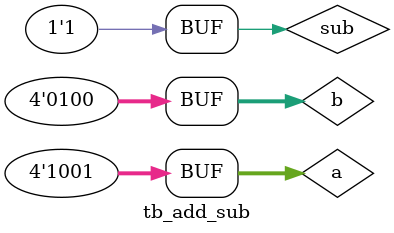
<source format=v>
module tb_add_sub;
    reg [3:0] a, b;
    reg sub;
    wire [3:0] result;
    wire carry;
    add_sub uut(a, b, sub, result, carry);
    initial begin
        a = 4'd9; b = 4'd4; sub = 0; #10; // Add
        a = 4'd9; b = 4'd4; sub = 1; #10; // Sub
    end
endmodule

</source>
